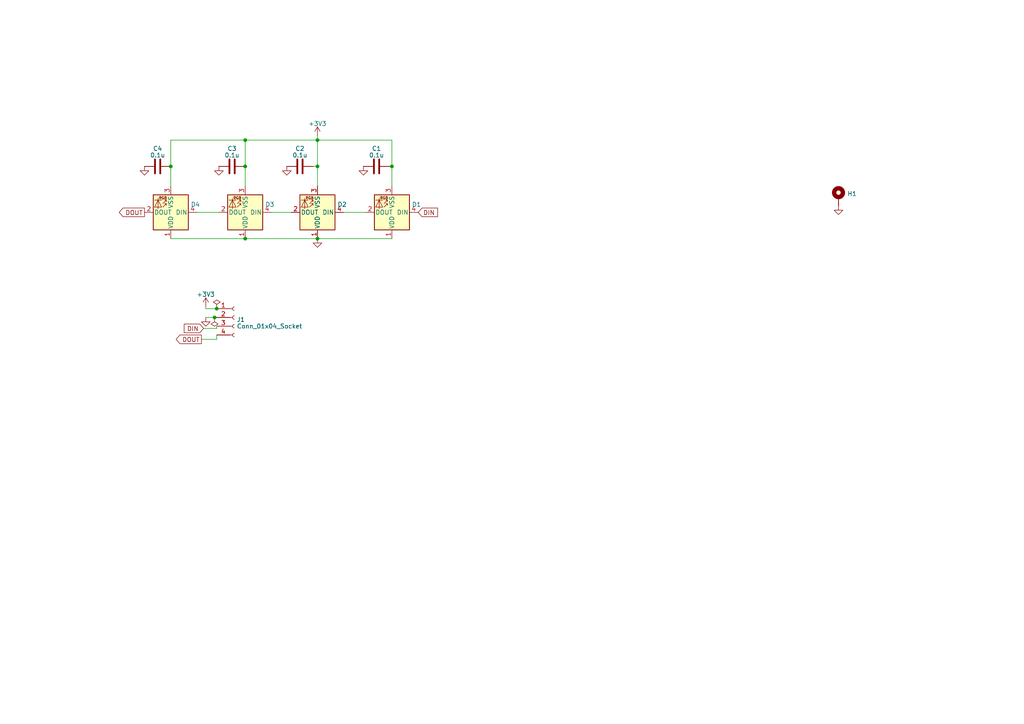
<source format=kicad_sch>
(kicad_sch (version 20230121) (generator eeschema)
  (paper "A4")
  (lib_symbols
    (symbol "Connector:Conn_01x04_Socket" (pin_names (offset 1.016) hide)
      (property "Reference" "J" (at 0 5.08 0))
      (property "Value" "Conn_01x04_Socket" (at 0 -7.62 0))
      (symbol "Conn_01x04_Socket_1_1"
        (arc (start 0 -4.572) (mid -0.5058 -5.08) (end 0 -5.588) (stroke (width 0.1524)))
        (arc (start 0 -2.032) (mid -0.5058 -2.54) (end 0 -3.048) (stroke (width 0.1524)))
        (polyline (pts (xy -1.27 -5.08) (xy -0.508 -5.08)) (stroke (width 0.1524)))
        (polyline (pts (xy -1.27 -2.54) (xy -0.508 -2.54)) (stroke (width 0.1524)))
        (polyline (pts (xy -1.27 0) (xy -0.508 0)) (stroke (width 0.1524)))
        (polyline (pts (xy -1.27 2.54) (xy -0.508 2.54)) (stroke (width 0.1524)))
        (arc (start 0 0.508) (mid -0.5058 0) (end 0 -0.508) (stroke (width 0.1524)))
        (arc (start 0 3.048) (mid -0.5058 2.54) (end 0 2.032) (stroke (width 0.1524)))
        (pin passive line (at -5.08 2.54 0) (length 3.81) (name "Pin_1") (number "1"))
        (pin passive line (at -5.08 0 0) (length 3.81) (name "Pin_2") (number "2"))
        (pin passive line (at -5.08 -2.54 0) (length 3.81) (name "Pin_3") (number "3"))
        (pin passive line (at -5.08 -5.08 0) (length 3.81) (name "Pin_4") (number "4"))
      )
    )
    (symbol "Device:C" (pin_numbers hide) (pin_names (offset 0.254))
      (property "Reference" "C" (at 0.635 2.54 0))
      (property "Value" "C" (at 0.635 -2.54 0))
      (symbol "C_0_1"
        (polyline (pts (xy -2.032 -0.762) (xy 2.032 -0.762)) (stroke (width 0.508)))
        (polyline (pts (xy -2.032 0.762) (xy 2.032 0.762)) (stroke (width 0.508)))
      )
      (symbol "C_1_1"
        (pin passive line (at 0 3.81 270) (length 2.794) (name "~") (number "1"))
        (pin passive line (at 0 -3.81 90) (length 2.794) (name "~") (number "2"))
      )
    )
    (symbol "LED:WS2812B" (pin_names (offset 0.254))
      (property "Reference" "D" (at 5.08 5.715 0))
      (property "Value" "WS2812B" (at 1.27 -5.715 0))
      (symbol "WS2812B_0_0"
        (text "RGB" (at 2.286 -4.191 0) (effects (font (size 0.762 0.762))))
      )
      (symbol "WS2812B_0_1"
        (polyline (pts (xy 1.27 -3.556) (xy 1.778 -3.556)))
        (polyline (pts (xy 1.27 -2.54) (xy 1.778 -2.54)))
        (polyline (pts (xy 4.699 -3.556) (xy 2.667 -3.556)))
        (polyline (pts (xy 2.286 -2.54) (xy 1.27 -3.556) (xy 1.27 -3.048)))
        (polyline (pts (xy 2.286 -1.524) (xy 1.27 -2.54) (xy 1.27 -2.032)))
        (polyline (pts (xy 3.683 -1.016) (xy 3.683 -3.556) (xy 3.683 -4.064)))
        (polyline (pts (xy 4.699 -1.524) (xy 2.667 -1.524) (xy 3.683 -3.556) (xy 4.699 -1.524)))
        (rectangle (start 5.08 5.08) (end -5.08 -5.08) (stroke (width 0.254)) (fill (type background)))
      )
      (symbol "WS2812B_1_1"
        (pin power_in line (at 0 7.62 270) (length 2.54) (name "VDD") (number "1"))
        (pin output line (at 7.62 0 180) (length 2.54) (name "DOUT") (number "2"))
        (pin power_in line (at 0 -7.62 90) (length 2.54) (name "VSS") (number "3"))
        (pin input line (at -7.62 0 0) (length 2.54) (name "DIN") (number "4"))
      )
    )
    (symbol "Mechanical:MountingHole_Pad" (pin_numbers hide) (pin_names (offset 1.016) hide)
      (property "Reference" "H" (at 0 6.35 0))
      (property "Value" "MountingHole_Pad" (at 0 4.445 0))
      (symbol "MountingHole_Pad_0_1"
        (circle (center 0 1.27) (radius 1.27) (stroke (width 1.27)))
      )
      (symbol "MountingHole_Pad_1_1"
        (pin input line (at 0 -2.54 90) (length 2.54) (name "1") (number "1"))
      )
    )
    (symbol "power:+3V3" (power) (pin_names (offset 0))
      (property "Value" "+3V3" (at 0 3.556 0))
      (symbol "+3V3_0_1"
        (polyline (pts (xy -0.762 1.27) (xy 0 2.54)))
        (polyline (pts (xy 0 0) (xy 0 2.54)))
        (polyline (pts (xy 0 2.54) (xy 0.762 1.27)))
      )
      (symbol "+3V3_1_1"
        (pin power_in line (at 0 0 90) (length 0) hide (name "+3V3") (number "1"))
      )
    )
    (symbol "power:GND" (power) (pin_names (offset 0))
      (property "Value" "GND" (at 0 -3.81 0))
      (symbol "GND_0_1"
        (polyline (pts (xy 0 0) (xy 0 -1.27) (xy 1.27 -1.27) (xy 0 -2.54) (xy -1.27 -1.27) (xy 0 -1.27)))
      )
      (symbol "GND_1_1"
        (pin power_in line (at 0 0 270) (length 0) hide (name "GND") (number "1"))
      )
    )
    (symbol "power:PWR_FLAG" (power) (pin_numbers hide) (pin_names (offset 0) hide)
      (property "Value" "PWR_FLAG" (at 0 3.81 0))
      (symbol "PWR_FLAG_0_0"
        (pin power_out line (at 0 0 90) (length 0) (name "pwr") (number "1"))
      )
      (symbol "PWR_FLAG_0_1"
        (polyline (pts (xy 0 0) (xy 0 1.27) (xy -1.016 1.905) (xy 0 2.54) (xy 1.016 1.905) (xy 0 1.27)))
      )
    )
  )
  (junction (at 71.12 40.64))
  (junction (at 71.12 48.26))
  (junction (at 62.23 92.075))
  (junction (at 49.53 48.26))
  (junction (at 71.12 69.215))
  (junction (at 92.075 40.64))
  (junction (at 62.865 89.535))
  (junction (at 113.665 48.26))
  (junction (at 92.075 69.215))
  (junction (at 92.075 48.26))
  (wire (pts (xy 92.075 39.37) (xy 92.075 40.64)))
  (wire (pts (xy 99.695 61.595) (xy 106.045 61.595)))
  (wire (pts (xy 62.865 95.25) (xy 62.865 94.615)))
  (wire (pts (xy 62.865 89.535) (xy 59.69 89.535)))
  (wire (pts (xy 49.53 48.26) (xy 49.53 53.975)))
  (wire (pts (xy 113.665 48.26) (xy 113.665 53.975)))
  (wire (pts (xy 71.12 48.26) (xy 71.12 53.975)))
  (wire (pts (xy 49.53 48.26) (xy 49.53 40.64)))
  (wire (pts (xy 49.53 69.215) (xy 71.12 69.215)))
  (wire (pts (xy 92.075 40.64) (xy 92.075 48.26)))
  (wire (pts (xy 59.055 95.25) (xy 62.865 95.25)))
  (wire (pts (xy 71.12 69.215) (xy 92.075 69.215)))
  (wire (pts (xy 92.075 69.215) (xy 113.665 69.215)))
  (wire (pts (xy 71.12 40.64) (xy 71.12 48.26)))
  (wire (pts (xy 49.53 40.64) (xy 71.12 40.64)))
  (wire (pts (xy 90.805 48.26) (xy 92.075 48.26)))
  (wire (pts (xy 71.12 40.64) (xy 92.075 40.64)))
  (wire (pts (xy 92.075 40.64) (xy 113.665 40.64)))
  (wire (pts (xy 62.865 98.425) (xy 62.865 97.155)))
  (wire (pts (xy 59.69 92.075) (xy 62.23 92.075)))
  (wire (pts (xy 113.665 40.64) (xy 113.665 48.26)))
  (wire (pts (xy 59.69 89.535) (xy 59.69 88.9)))
  (wire (pts (xy 78.74 61.595) (xy 84.455 61.595)))
  (wire (pts (xy 57.15 61.595) (xy 63.5 61.595)))
  (wire (pts (xy 58.42 98.425) (xy 62.865 98.425)))
  (wire (pts (xy 113.03 48.26) (xy 113.665 48.26)))
  (wire (pts (xy 92.075 48.26) (xy 92.075 53.975)))
  (wire (pts (xy 62.23 92.075) (xy 62.865 92.075)))
  (global_label "DOUT" (shape output) (at 41.91 61.595 180) (property "Intersheetrefs" "${INTERSHEET_REFS}" (effects hide)))
  (global_label "DIN" (shape input) (at 121.285 61.595 0) (property "Intersheetrefs" "${INTERSHEET_REFS}" (effects hide)))
  (global_label "DIN" (shape input) (at 59.055 95.25 180) (property "Intersheetrefs" "${INTERSHEET_REFS}" (effects hide)))
  (global_label "DOUT" (shape output) (at 58.42 98.425 180) (property "Intersheetrefs" "${INTERSHEET_REFS}" (effects hide)))
  (symbol (lib_id "Device:C") (at 86.995 48.26 90) (unit 1)
    (property "Reference" "C2" (at 86.995 43.0911 90))
    (property "Value" "0.1u" (at 86.995 45.0121 90))
    (property "Footprint" "Capacitor_SMD:C_0603_1608Metric" (effects hide))
  )
  (symbol (lib_id "power:PWR_FLAG") (at 62.23 92.075 180) (unit 1)
    (property "Reference" "#FLG02" (effects hide))
    (property "Value" "PWR_FLAG" (effects hide))
  )
  (symbol (lib_id "LED:WS2812B") (at 113.665 61.595 180) (unit 1)
    (property "Reference" "D1" (at 120.8182 59.3121 0))
    (property "Value" "WS2812B" (effects hide))
    (property "Footprint" "LED_SMD:LED_WS2812B_PLCC4_5.0x5.0mm_P3.2mm" (effects hide))
    (property "Datasheet" "https://cdn-shop.adafruit.com/datasheets/WS2812B.pdf" (effects hide))
  )
  (symbol (lib_id "Device:C") (at 45.72 48.26 90) (unit 1)
    (property "Reference" "C4" (at 45.72 43.0911 90))
    (property "Value" "0.1u" (at 45.72 45.0121 90))
    (property "Footprint" "Capacitor_SMD:C_0603_1608Metric" (effects hide))
  )
  (symbol (lib_id "power:PWR_FLAG") (at 62.865 89.535 0) (unit 1)
    (property "Reference" "#FLG01" (effects hide))
    (property "Value" "PWR_FLAG" (effects hide))
  )
  (symbol (lib_id "power:GND") (at 105.41 48.26 0) (unit 1)
    (property "Reference" "#PWR05" (effects hide))
    (property "Value" "GND" (effects hide))
  )
  (symbol (lib_id "power:+3V3") (at 92.075 39.37 0) (unit 1)
    (property "Reference" "#PWR02" (effects hide))
    (property "Value" "+3V3" (at 92.075 35.8681 0))
  )
  (symbol (lib_id "power:GND") (at 83.185 48.26 0) (unit 1)
    (property "Reference" "#PWR06" (effects hide))
    (property "Value" "GND" (effects hide))
  )
  (symbol (lib_id "power:+3V3") (at 59.69 88.9 0) (unit 1)
    (property "Reference" "#PWR03" (effects hide))
    (property "Value" "+3V3" (at 59.69 85.3981 0))
  )
  (symbol (lib_id "power:GND") (at 63.5 48.26 0) (unit 1)
    (property "Reference" "#PWR07" (effects hide))
    (property "Value" "GND" (effects hide))
  )
  (symbol (lib_id "power:GND") (at 59.69 92.075 0) (unit 1)
    (property "Reference" "#PWR04" (effects hide))
    (property "Value" "GND" (effects hide))
  )
  (symbol (lib_id "LED:WS2812B") (at 71.12 61.595 180) (unit 1)
    (property "Reference" "D3" (at 78.2732 59.3121 0))
    (property "Value" "WS2812B" (effects hide))
    (property "Footprint" "LED_SMD:LED_WS2812B_PLCC4_5.0x5.0mm_P3.2mm" (effects hide))
    (property "Datasheet" "https://cdn-shop.adafruit.com/datasheets/WS2812B.pdf" (effects hide))
  )
  (symbol (lib_id "power:GND") (at 92.075 69.215 0) (unit 1)
    (property "Reference" "#PWR01" (effects hide))
    (property "Value" "GND" (effects hide))
  )
  (symbol (lib_id "Connector:Conn_01x04_Socket") (at 67.945 92.075 0) (unit 1)
    (property "Reference" "J1" (at 68.6562 92.7013 0) (effects (justify left)))
    (property "Value" "Conn_01x04_Socket" (at 68.6562 94.6223 0) (effects (justify left)))
    (property "Footprint" "Connector_PinHeader_2.54mm:PinHeader_1x04_P2.54mm_Horizontal" (effects hide))
  )
  (symbol (lib_id "LED:WS2812B") (at 49.53 61.595 180) (unit 1)
    (property "Reference" "D4" (at 56.6832 59.3121 0))
    (property "Value" "WS2812B" (effects hide))
    (property "Footprint" "LED_SMD:LED_WS2812B_PLCC4_5.0x5.0mm_P3.2mm" (effects hide))
    (property "Datasheet" "https://cdn-shop.adafruit.com/datasheets/WS2812B.pdf" (effects hide))
  )
  (symbol (lib_id "Device:C") (at 67.31 48.26 90) (unit 1)
    (property "Reference" "C3" (at 67.31 43.0911 90))
    (property "Value" "0.1u" (at 67.31 45.0121 90))
    (property "Footprint" "Capacitor_SMD:C_0603_1608Metric" (effects hide))
  )
  (symbol (lib_id "power:GND") (at 41.91 48.26 0) (unit 1)
    (property "Reference" "#PWR08" (effects hide))
    (property "Value" "GND" (effects hide))
  )
  (symbol (lib_id "power:GND") (at 243.205 59.69 0) (unit 1)
    (property "Reference" "#PWR09" (effects hide))
    (property "Value" "GND" (effects hide))
  )
  (symbol (lib_id "Mechanical:MountingHole_Pad") (at 243.205 57.15 0) (unit 1)
    (property "Reference" "H1" (at 245.745 56.1968 0) (effects (justify left)))
    (property "Value" "MountingHole_Pad" (effects hide))
    (property "Footprint" "MountingHole:MountingHole_2.2mm_M2_DIN965_Pad" (effects hide))
  )
  (symbol (lib_id "LED:WS2812B") (at 92.075 61.595 180) (unit 1)
    (property "Reference" "D2" (at 99.2282 59.3121 0))
    (property "Value" "WS2812B" (effects hide))
    (property "Footprint" "LED_SMD:LED_WS2812B_PLCC4_5.0x5.0mm_P3.2mm" (effects hide))
    (property "Datasheet" "https://cdn-shop.adafruit.com/datasheets/WS2812B.pdf" (effects hide))
  )
  (symbol (lib_id "Device:C") (at 109.22 48.26 90) (unit 1)
    (property "Reference" "C1" (at 109.22 43.0911 90))
    (property "Value" "0.1u" (at 109.22 45.0121 90))
    (property "Footprint" "Capacitor_SMD:C_0603_1608Metric" (effects hide))
  )
)
</source>
